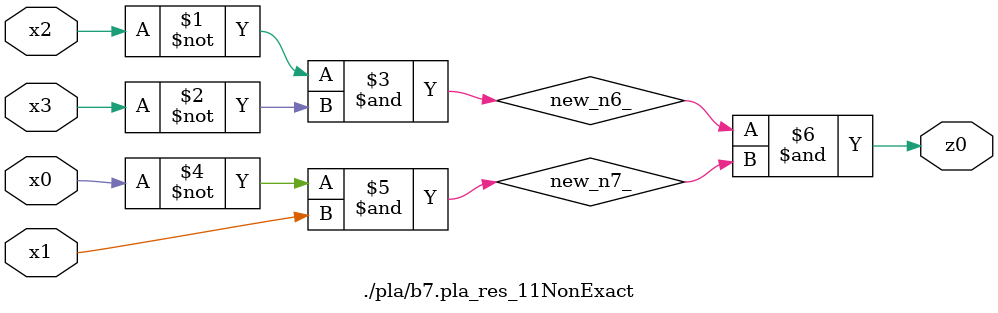
<source format=v>

module \./pla/b7.pla_res_11NonExact  ( 
    x0, x1, x2, x3,
    z0  );
  input  x0, x1, x2, x3;
  output z0;
  wire new_n6_, new_n7_;
  assign new_n6_ = ~x2 & ~x3;
  assign new_n7_ = ~x0 & x1;
  assign z0 = new_n6_ & new_n7_;
endmodule



</source>
